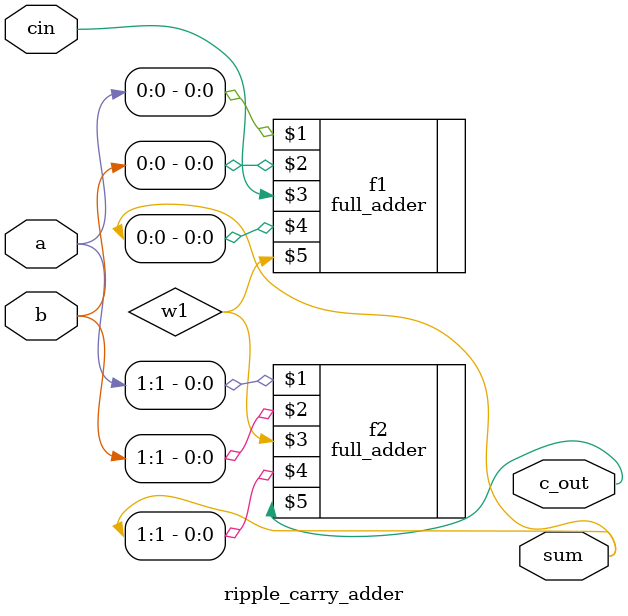
<source format=v>
module ripple_carry_adder (
    input [1:0] a, b,
    input cin, // Define all input ports
    output [1:0] sum,
    output c_out // Define all output ports
);

wire w1;

full_adder f1(a[0],b[0],cin,sum[0],w1);
full_adder f2(a[1],b[1],w1,sum[1],c_out);

endmodule

</source>
